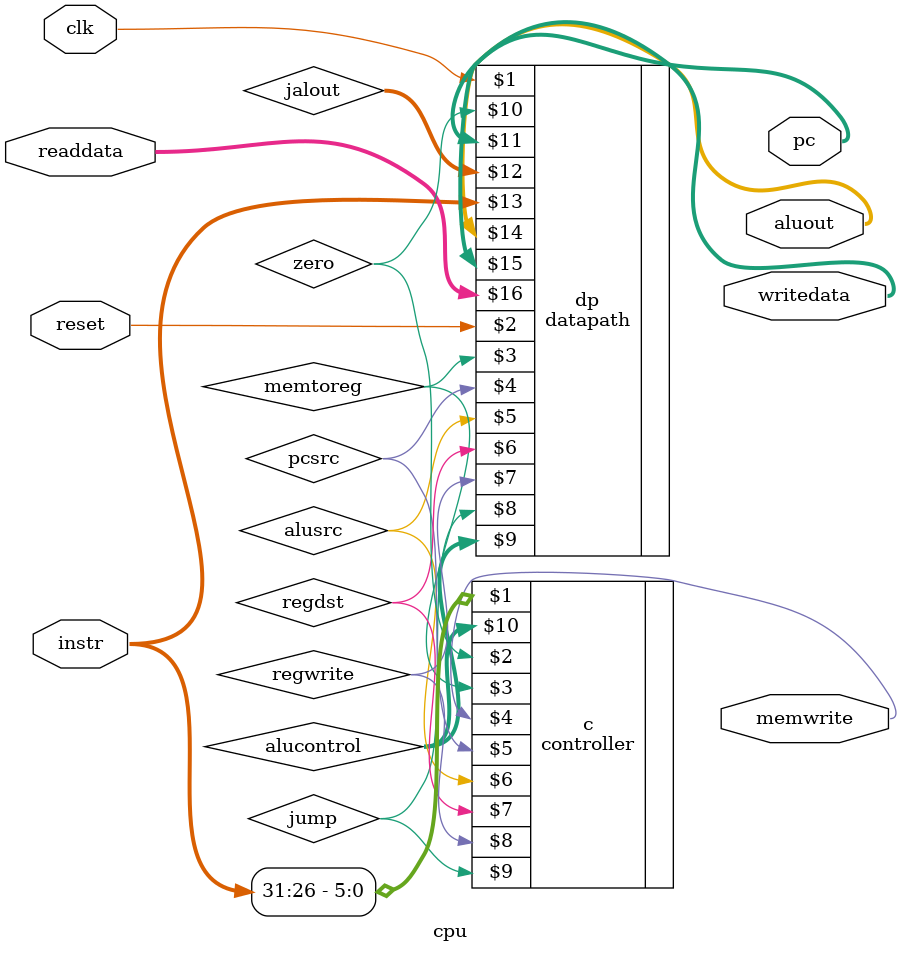
<source format=sv>
`ifndef CPU
`define CPU

`timescale 1ns/100ps

`include "../controller/controller.sv"
`include "../datapath/datapath.sv"

module cpu
    #(parameter n = 32)(
    //
    // ---------------- PORT DEFINITIONS ----------------
    //
    input  logic           clk, reset,
    output logic [(n-1):0] pc,
    input  logic [(n-1):0] instr,
    output logic           memwrite,
    output logic [(n-1):0] aluout, writedata, // jalout added
    input  logic [(n-1):0] readdata
);
    //
    // ---------------- MODULE DESIGN IMPLEMENTATION ----------------
    //

    // cpu internal components
    logic       memtoreg, alusrc, regdst, regwrite, jump, jrsrc, jalsrc, pcsrc, zero, hi, lo;
    logic [3:0] alucontrol;
    logic [31:0] jalout; // Q.위에 output에 넣는게 나을까요? wire 로 하는게 나을까요? 아니면 이대로?
    
    controller c(instr[(31):26], zero,
                    memtoreg, memwrite, pcsrc,
                    alusrc, regdst, regwrite, jump,
                    alucontrol);

    datapath dp(clk, reset, memtoreg, pcsrc,
                    alusrc, regdst, regwrite, jump,
                    alucontrol,
                    zero, pc, jalout, instr,
                    aluout, writedata, readdata); // hi and lo deleted

endmodule

`endif // CPU

</source>
